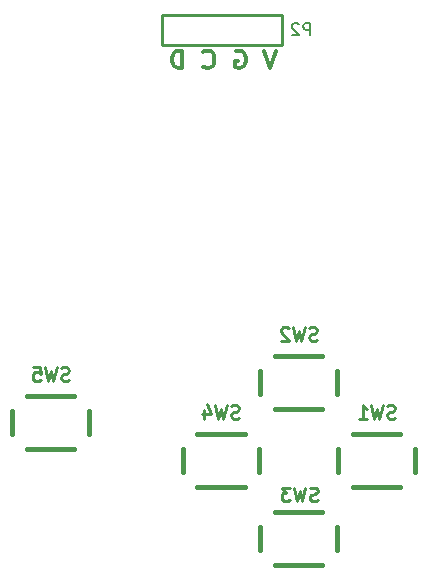
<source format=gbo>
G04 (created by PCBNEW (2013-07-07 BZR 4022)-stable) date 3/7/2015 2:00:05 PM*
%MOIN*%
G04 Gerber Fmt 3.4, Leading zero omitted, Abs format*
%FSLAX34Y34*%
G01*
G70*
G90*
G04 APERTURE LIST*
%ADD10C,0.00590551*%
%ADD11C,0.011811*%
%ADD12C,0.015*%
%ADD13C,0.01*%
%ADD14C,0.008*%
G04 APERTURE END LIST*
G54D10*
G54D11*
X48844Y-27050D02*
X48647Y-27640D01*
X48450Y-27050D01*
X47494Y-27078D02*
X47550Y-27050D01*
X47634Y-27050D01*
X47719Y-27078D01*
X47775Y-27134D01*
X47803Y-27190D01*
X47831Y-27303D01*
X47831Y-27387D01*
X47803Y-27500D01*
X47775Y-27556D01*
X47719Y-27612D01*
X47634Y-27640D01*
X47578Y-27640D01*
X47494Y-27612D01*
X47466Y-27584D01*
X47466Y-27387D01*
X47578Y-27387D01*
X46425Y-27584D02*
X46453Y-27612D01*
X46538Y-27640D01*
X46594Y-27640D01*
X46678Y-27612D01*
X46735Y-27556D01*
X46763Y-27500D01*
X46791Y-27387D01*
X46791Y-27303D01*
X46763Y-27190D01*
X46735Y-27134D01*
X46678Y-27078D01*
X46594Y-27050D01*
X46538Y-27050D01*
X46453Y-27078D01*
X46425Y-27106D01*
X45722Y-27640D02*
X45722Y-27050D01*
X45582Y-27050D01*
X45497Y-27078D01*
X45441Y-27134D01*
X45413Y-27190D01*
X45385Y-27303D01*
X45385Y-27387D01*
X45413Y-27500D01*
X45441Y-27556D01*
X45497Y-27612D01*
X45582Y-27640D01*
X45722Y-27640D01*
G54D12*
X53484Y-40314D02*
X53484Y-41102D01*
X52991Y-41594D02*
X51417Y-41594D01*
X50924Y-40314D02*
X50924Y-41003D01*
X50924Y-41003D02*
X50924Y-41102D01*
X52991Y-39822D02*
X51417Y-39822D01*
X50886Y-37716D02*
X50886Y-38504D01*
X50393Y-38996D02*
X48819Y-38996D01*
X48326Y-37716D02*
X48326Y-38405D01*
X48326Y-38405D02*
X48326Y-38504D01*
X50393Y-37224D02*
X48819Y-37224D01*
X50886Y-42913D02*
X50886Y-43701D01*
X50393Y-44193D02*
X48819Y-44193D01*
X48326Y-42913D02*
X48326Y-43602D01*
X48326Y-43602D02*
X48326Y-43701D01*
X50393Y-42421D02*
X48819Y-42421D01*
X48287Y-40314D02*
X48287Y-41102D01*
X47794Y-41594D02*
X46220Y-41594D01*
X45727Y-40314D02*
X45727Y-41003D01*
X45727Y-41003D02*
X45727Y-41102D01*
X47794Y-39822D02*
X46220Y-39822D01*
X42618Y-39054D02*
X42618Y-39842D01*
X42125Y-40334D02*
X40551Y-40334D01*
X40058Y-39054D02*
X40058Y-39743D01*
X40058Y-39743D02*
X40058Y-39842D01*
X42125Y-38562D02*
X40551Y-38562D01*
G54D13*
X45047Y-26877D02*
X49047Y-26877D01*
X45047Y-25877D02*
X49047Y-25877D01*
X49047Y-25877D02*
X49047Y-26877D01*
X45047Y-26877D02*
X45047Y-25877D01*
X52804Y-39294D02*
X52740Y-39316D01*
X52633Y-39316D01*
X52590Y-39294D01*
X52569Y-39273D01*
X52547Y-39230D01*
X52547Y-39187D01*
X52569Y-39144D01*
X52590Y-39123D01*
X52633Y-39101D01*
X52719Y-39080D01*
X52761Y-39058D01*
X52783Y-39037D01*
X52804Y-38994D01*
X52804Y-38951D01*
X52783Y-38908D01*
X52761Y-38887D01*
X52719Y-38866D01*
X52611Y-38866D01*
X52547Y-38887D01*
X52397Y-38866D02*
X52290Y-39316D01*
X52204Y-38994D01*
X52119Y-39316D01*
X52011Y-38866D01*
X51604Y-39316D02*
X51861Y-39316D01*
X51733Y-39316D02*
X51733Y-38866D01*
X51776Y-38930D01*
X51819Y-38973D01*
X51861Y-38994D01*
X50206Y-36696D02*
X50142Y-36717D01*
X50034Y-36717D01*
X49992Y-36696D01*
X49970Y-36674D01*
X49949Y-36631D01*
X49949Y-36589D01*
X49970Y-36546D01*
X49992Y-36524D01*
X50034Y-36503D01*
X50120Y-36481D01*
X50163Y-36460D01*
X50184Y-36439D01*
X50206Y-36396D01*
X50206Y-36353D01*
X50184Y-36310D01*
X50163Y-36289D01*
X50120Y-36267D01*
X50013Y-36267D01*
X49949Y-36289D01*
X49799Y-36267D02*
X49692Y-36717D01*
X49606Y-36396D01*
X49520Y-36717D01*
X49413Y-36267D01*
X49263Y-36310D02*
X49242Y-36289D01*
X49199Y-36267D01*
X49092Y-36267D01*
X49049Y-36289D01*
X49027Y-36310D01*
X49006Y-36353D01*
X49006Y-36396D01*
X49027Y-36460D01*
X49284Y-36717D01*
X49006Y-36717D01*
X50227Y-42045D02*
X50163Y-42067D01*
X50056Y-42067D01*
X50013Y-42045D01*
X49991Y-42024D01*
X49970Y-41981D01*
X49970Y-41938D01*
X49991Y-41895D01*
X50013Y-41874D01*
X50056Y-41852D01*
X50141Y-41831D01*
X50184Y-41810D01*
X50206Y-41788D01*
X50227Y-41745D01*
X50227Y-41702D01*
X50206Y-41660D01*
X50184Y-41638D01*
X50141Y-41617D01*
X50034Y-41617D01*
X49970Y-41638D01*
X49820Y-41617D02*
X49713Y-42067D01*
X49627Y-41745D01*
X49541Y-42067D01*
X49434Y-41617D01*
X49306Y-41617D02*
X49027Y-41617D01*
X49177Y-41788D01*
X49113Y-41788D01*
X49070Y-41810D01*
X49048Y-41831D01*
X49027Y-41874D01*
X49027Y-41981D01*
X49048Y-42024D01*
X49070Y-42045D01*
X49113Y-42067D01*
X49241Y-42067D01*
X49284Y-42045D01*
X49306Y-42024D01*
X47607Y-39294D02*
X47543Y-39316D01*
X47436Y-39316D01*
X47393Y-39294D01*
X47372Y-39273D01*
X47350Y-39230D01*
X47350Y-39187D01*
X47372Y-39144D01*
X47393Y-39123D01*
X47436Y-39101D01*
X47522Y-39080D01*
X47565Y-39058D01*
X47586Y-39037D01*
X47607Y-38994D01*
X47607Y-38951D01*
X47586Y-38908D01*
X47565Y-38887D01*
X47522Y-38866D01*
X47415Y-38866D01*
X47350Y-38887D01*
X47200Y-38866D02*
X47093Y-39316D01*
X47007Y-38994D01*
X46922Y-39316D01*
X46815Y-38866D01*
X46450Y-39016D02*
X46450Y-39316D01*
X46557Y-38844D02*
X46665Y-39166D01*
X46386Y-39166D01*
X41938Y-38034D02*
X41874Y-38056D01*
X41767Y-38056D01*
X41724Y-38034D01*
X41702Y-38013D01*
X41681Y-37970D01*
X41681Y-37927D01*
X41702Y-37884D01*
X41724Y-37863D01*
X41767Y-37841D01*
X41852Y-37820D01*
X41895Y-37799D01*
X41917Y-37777D01*
X41938Y-37734D01*
X41938Y-37691D01*
X41917Y-37649D01*
X41895Y-37627D01*
X41852Y-37606D01*
X41745Y-37606D01*
X41681Y-37627D01*
X41531Y-37606D02*
X41424Y-38056D01*
X41338Y-37734D01*
X41252Y-38056D01*
X41145Y-37606D01*
X40760Y-37606D02*
X40974Y-37606D01*
X40995Y-37820D01*
X40974Y-37799D01*
X40931Y-37777D01*
X40824Y-37777D01*
X40781Y-37799D01*
X40760Y-37820D01*
X40738Y-37863D01*
X40738Y-37970D01*
X40760Y-38013D01*
X40781Y-38034D01*
X40824Y-38056D01*
X40931Y-38056D01*
X40974Y-38034D01*
X40995Y-38013D01*
G54D14*
X49980Y-26539D02*
X49980Y-26139D01*
X49827Y-26139D01*
X49789Y-26158D01*
X49770Y-26177D01*
X49751Y-26216D01*
X49751Y-26273D01*
X49770Y-26311D01*
X49789Y-26330D01*
X49827Y-26349D01*
X49980Y-26349D01*
X49599Y-26177D02*
X49580Y-26158D01*
X49542Y-26139D01*
X49446Y-26139D01*
X49408Y-26158D01*
X49389Y-26177D01*
X49370Y-26216D01*
X49370Y-26254D01*
X49389Y-26311D01*
X49618Y-26539D01*
X49370Y-26539D01*
M02*

</source>
